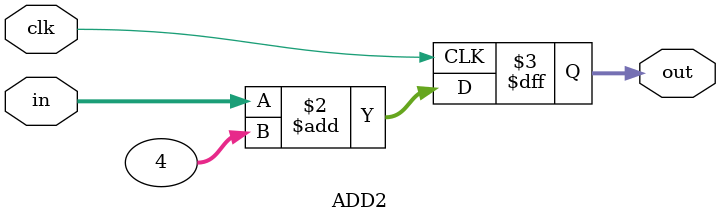
<source format=v>
module ADD2(
    clk,
    in,
    out,
);

input   clk;
input   [31:0] in;
output  [31:0] out;

always@(posedge clk)begin
    out <= in+4;
end

endmodule
</source>
